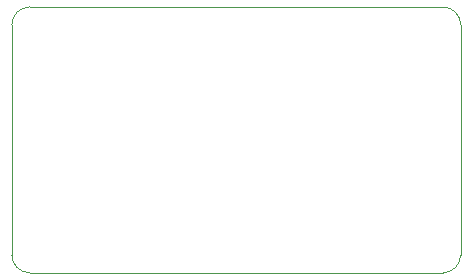
<source format=gm1>
%TF.GenerationSoftware,KiCad,Pcbnew,(6.0.10)*%
%TF.CreationDate,2023-02-17T01:50:09+01:00*%
%TF.ProjectId,haut,68617574-2e6b-4696-9361-645f70636258,rev?*%
%TF.SameCoordinates,Original*%
%TF.FileFunction,Profile,NP*%
%FSLAX46Y46*%
G04 Gerber Fmt 4.6, Leading zero omitted, Abs format (unit mm)*
G04 Created by KiCad (PCBNEW (6.0.10)) date 2023-02-17 01:50:09*
%MOMM*%
%LPD*%
G01*
G04 APERTURE LIST*
%TA.AperFunction,Profile*%
%ADD10C,0.100000*%
%TD*%
G04 APERTURE END LIST*
D10*
X82000000Y-92500000D02*
G75*
G03*
X83500000Y-94000000I1500000J0D01*
G01*
X118500000Y-94000000D02*
G75*
G03*
X120000000Y-92500000I0J1500000D01*
G01*
X82000000Y-92500000D02*
X82000000Y-73000000D01*
X118500000Y-94000000D02*
X83500000Y-94000000D01*
X83500000Y-71500000D02*
X118500000Y-71500000D01*
X83500000Y-71500000D02*
G75*
G03*
X82000000Y-73000000I0J-1500000D01*
G01*
X120000000Y-73000000D02*
X120000000Y-92500000D01*
X120000000Y-73000000D02*
G75*
G03*
X118500000Y-71500000I-1500000J0D01*
G01*
M02*

</source>
